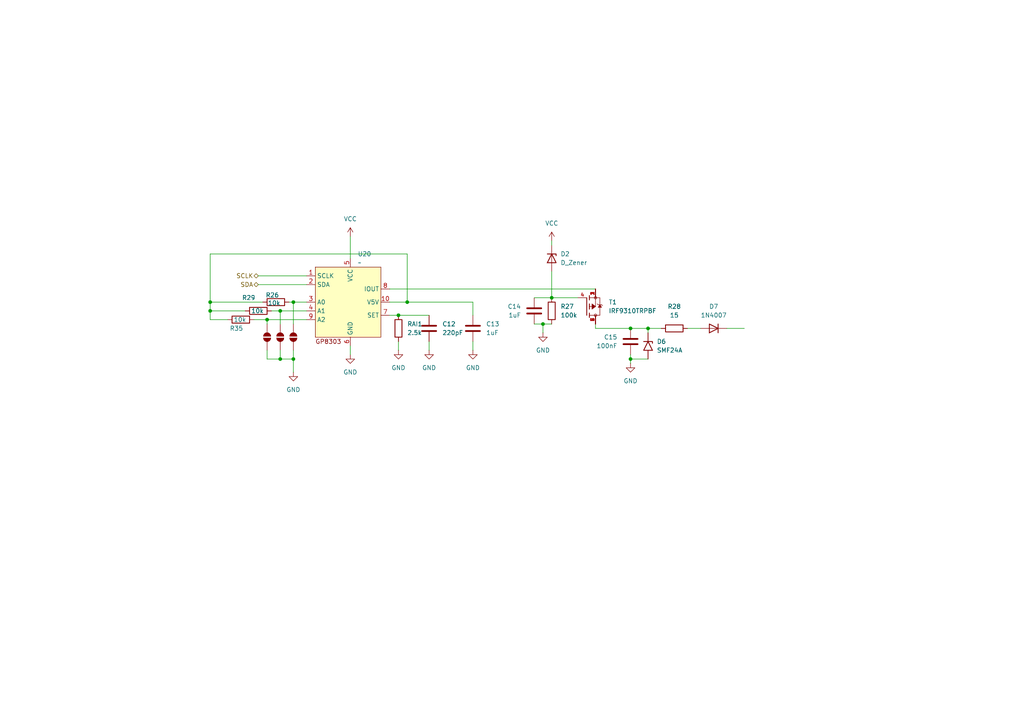
<source format=kicad_sch>
(kicad_sch (version 20250114) (generator "eeschema") (generator_version "9.0")
  (paper "A4")
  (lib_symbols
    (symbol "Device:C" (pin_numbers (hide yes)) (pin_names (offset 0.254))
      (property "Reference" "C" (at 0.635 2.54 0))
      (property "Value" "C" (at 0.635 -2.54 0))
      (symbol "C_0_1"
        (polyline (pts (xy -2.032 0.762) (xy 2.032 0.762)) (stroke (width 0.508)))
        (polyline (pts (xy -2.032 -0.762) (xy 2.032 -0.762)) (stroke (width 0.508)))
      )
      (symbol "C_1_1"
        (pin passive line (at 0 3.81 270) (length 2.794) (name "~") (number "1"))
        (pin passive line (at 0 -3.81 90) (length 2.794) (name "~") (number "2"))
      )
    )
    (symbol "Device:D_Zener" (pin_numbers (hide yes)) (pin_names (offset 1.016) (hide yes))
      (property "Reference" "D" (at 0 2.54 0))
      (property "Value" "D_Zener" (at 0 -2.54 0))
      (symbol "D_Zener_0_1"
        (polyline (pts (xy -1.27 -1.27) (xy -1.27 1.27) (xy -0.762 1.27)) (stroke (width 0.254)))
        (polyline (pts (xy 1.27 0) (xy -1.27 0)))
        (polyline (pts (xy 1.27 -1.27) (xy 1.27 1.27) (xy -1.27 0) (xy 1.27 -1.27)) (stroke (width 0.254)))
      )
      (symbol "D_Zener_1_1"
        (pin passive line (at -3.81 0 0) (length 2.54) (name "K") (number "1"))
        (pin passive line (at 3.81 0 180) (length 2.54) (name "A") (number "2"))
      )
    )
    (symbol "Device:R" (pin_numbers (hide yes)) (pin_names (offset 0))
      (property "Reference" "R" (at 2.032 0 90))
      (property "Value" "R" (at 0 0 90))
      (symbol "R_0_1"
        (rectangle (start -1.016 -2.54) (end 1.016 2.54) (stroke (width 0.254)))
      )
      (symbol "R_1_1"
        (pin passive line (at 0 3.81 270) (length 1.27) (name "~") (number "1"))
        (pin passive line (at 0 -3.81 90) (length 1.27) (name "~") (number "2"))
      )
    )
    (symbol "Diode:1N4007" (pin_numbers (hide yes)) (pin_names (hide yes))
      (property "Reference" "D" (at 0 2.54 0))
      (property "Value" "1N4007" (at 0 -2.54 0))
      (symbol "1N4007_0_1"
        (polyline (pts (xy -1.27 1.27) (xy -1.27 -1.27)) (stroke (width 0.254)))
        (polyline (pts (xy 1.27 1.27) (xy 1.27 -1.27) (xy -1.27 0) (xy 1.27 1.27)) (stroke (width 0.254)))
        (polyline (pts (xy 1.27 0) (xy -1.27 0)))
      )
      (symbol "1N4007_1_1"
        (pin passive line (at -3.81 0 0) (length 2.54) (name "K") (number "1"))
        (pin passive line (at 3.81 0 180) (length 2.54) (name "A") (number "2"))
      )
    )
    (symbol "Diode:SMF24A" (pin_numbers (hide yes)) (pin_names (offset 1.016) (hide yes))
      (property "Reference" "D" (at 0 2.54 0))
      (property "Value" "SMF24A" (at 0 -2.54 0))
      (symbol "SMF24A_0_1"
        (polyline (pts (xy -0.762 1.27) (xy -1.27 1.27) (xy -1.27 -1.27)) (stroke (width 0.254)))
        (polyline (pts (xy 1.27 1.27) (xy 1.27 -1.27) (xy -1.27 0) (xy 1.27 1.27)) (stroke (width 0.254)))
      )
      (symbol "SMF24A_1_1"
        (pin passive line (at -3.81 0 0) (length 2.54) (name "A1") (number "1"))
        (pin passive line (at 3.81 0 180) (length 2.54) (name "A2") (number "2"))
      )
    )
    (symbol "Jumper:SolderJumper_2_Open" (pin_numbers (hide yes)) (pin_names (offset 0) (hide yes)) (in_bom no)
      (property "Reference" "JP" (at 0 2.032 0))
      (property "Value" "SolderJumper_2_Open" (at 0 -2.54 0))
      (symbol "SolderJumper_2_Open_0_1"
        (polyline (pts (xy -0.254 1.016) (xy -0.254 -1.016)))
        (arc (start -0.254 -1.016) (mid -1.2656 0) (end -0.254 1.016))
        (arc (start -0.254 -1.016) (mid -1.2656 0) (end -0.254 1.016) (fill (type outline)))
        (arc (start 0.254 1.016) (mid 1.2656 0) (end 0.254 -1.016))
        (arc (start 0.254 1.016) (mid 1.2656 0) (end 0.254 -1.016) (fill (type outline)))
        (polyline (pts (xy 0.254 1.016) (xy 0.254 -1.016)))
      )
      (symbol "SolderJumper_2_Open_1_1"
        (pin passive line (at -3.81 0 0) (length 2.54) (name "A") (number "1"))
        (pin passive line (at 3.81 0 180) (length 2.54) (name "B") (number "2"))
      )
    )
    (symbol "Riqi_Parts:GP8303"
      (property "Reference" "U" (at 0 0 0))
      (symbol "GP8303_1_1"
        (rectangle (start -1.27 -1.27) (end 17.78 -21.59) (fill (type background)))
        (text "GP8303" (at 2.54 -22.86 0) (effects (font (size 1.27 1.27))))
        (pin input line (at -3.81 -3.81 0) (length 2.54) (name "SCLK") (number "1"))
        (pin input line (at -3.81 -6.35 0) (length 2.54) (name "SDA") (number "2"))
        (pin input line (at -3.81 -11.43 0) (length 2.54) (name "A0") (number "3"))
        (pin input line (at -3.81 -13.97 0) (length 2.54) (name "A1") (number "4"))
        (pin input line (at -3.81 -16.51 0) (length 2.54) (name "A2") (number "9"))
        (pin input line (at 8.89 1.27 270) (length 2.54) (name "VCC") (number "5"))
        (pin input line (at 8.89 -24.13 90) (length 2.54) (name "GND") (number "6"))
        (pin output line (at 20.32 -7.62 180) (length 2.54) (name "IOUT") (number "8"))
        (pin output line (at 20.32 -11.43 180) (length 2.54) (name "V5V") (number "10"))
        (pin output line (at 20.32 -15.24 180) (length 2.54) (name "SET") (number "7"))
      )
    )
    (symbol "Riqi_Parts:IRF9310TRPBF" (pin_names (offset 1.016))
      (property "Reference" "T" (at -6.35 -1.27 0))
      (property "Value" "IRF9310TRPBF" (at -6.35 -3.81 0))
      (symbol "IRF9310TRPBF_0_0"
        (polyline (pts (xy 0 -2.54) (xy 0 2.54)) (stroke (width 0.254)))
        (polyline (pts (xy 0.762 2.54) (xy 0.762 3.175)) (stroke (width 0.254)))
        (polyline (pts (xy 0.762 1.905) (xy 0.762 2.54)) (stroke (width 0.254)))
        (polyline (pts (xy 0.762 0) (xy 0.762 0.762)) (stroke (width 0.254)))
        (polyline (pts (xy 0.762 0) (xy 2.54 0)) (stroke (width 0.1524)))
        (polyline (pts (xy 0.762 -0.762) (xy 0.762 0)) (stroke (width 0.254)))
        (polyline (pts (xy 0.762 -2.54) (xy 0.762 -1.905)) (stroke (width 0.254)))
        (polyline (pts (xy 0.762 -2.54) (xy 3.81 -2.54)) (stroke (width 0.1524)))
        (polyline (pts (xy 0.762 -3.175) (xy 0.762 -2.54)) (stroke (width 0.254)))
        (polyline (pts (xy 2.54 2.54) (xy 0.762 2.54)) (stroke (width 0.1524)))
        (polyline (pts (xy 2.54 2.54) (xy 3.81 2.54)) (stroke (width 0.1524)))
        (circle (center 2.54 2.54) (radius 0.3592))
        (polyline (pts (xy 2.54 0) (xy 2.54 2.54)) (stroke (width 0.1524)))
        (polyline (pts (xy 2.54 0) (xy 1.524 0.762) (xy 1.524 -0.762) (xy 2.54 0)) (stroke (width 0.1524)) (fill (type outline)))
        (circle (center 2.54 -2.54) (radius 0.3592))
        (polyline (pts (xy 3.048 0.762) (xy 3.302 0.508)) (stroke (width 0.1524)))
        (polyline (pts (xy 3.302 0.508) (xy 3.81 0.508)) (stroke (width 0.1524)))
        (polyline (pts (xy 3.81 0.508) (xy 3.81 2.54)) (stroke (width 0.1524)))
        (polyline (pts (xy 3.81 0.508) (xy 4.318 0.508)) (stroke (width 0.1524)))
        (polyline (pts (xy 3.81 0.508) (xy 4.318 -0.254) (xy 3.302 -0.254) (xy 3.81 0.508)) (stroke (width 0.1524)) (fill (type outline)))
        (polyline (pts (xy 3.81 -2.54) (xy 3.81 0.508)) (stroke (width 0.1524)))
        (polyline (pts (xy 4.318 0.508) (xy 4.572 0.254)) (stroke (width 0.1524)))
        (pin passive line (at -2.54 2.54 0) (length 2.54) (name "~") (number "4"))
        (pin passive line (at 2.54 5.08 270) (length 2.54) (name "~") (number "1"))
        (pin passive line (at 2.54 5.08 270) (length 2.54) (name "~") (number "2"))
        (pin passive line (at 2.54 5.08 270) (length 2.54) (name "~") (number "3"))
        (pin passive line (at 2.54 -5.08 90) (length 2.54) (name "~") (number "5"))
        (pin passive line (at 2.54 -5.08 90) (length 2.54) (name "~") (number "6"))
        (pin passive line (at 2.54 -5.08 90) (length 2.54) (name "~") (number "7"))
        (pin passive line (at 2.54 -5.08 90) (length 2.54) (name "~") (number "8"))
      )
    )
    (symbol "power:GND" (power) (pin_numbers (hide yes)) (pin_names (offset 0) (hide yes))
      (property "Value" "GND" (at 0 -3.81 0))
      (symbol "GND_0_1"
        (polyline (pts (xy 0 0) (xy 0 -1.27) (xy 1.27 -1.27) (xy 0 -2.54) (xy -1.27 -1.27) (xy 0 -1.27)))
      )
      (symbol "GND_1_1"
        (pin power_in line (at 0 0 270) (length 0) (name "~") (number "1"))
      )
    )
    (symbol "power:VCC" (power) (pin_numbers (hide yes)) (pin_names (offset 0) (hide yes))
      (property "Value" "VCC" (at 0 3.556 0))
      (symbol "VCC_0_1"
        (polyline (pts (xy -0.762 1.27) (xy 0 2.54)))
        (polyline (pts (xy 0 2.54) (xy 0.762 1.27)))
        (polyline (pts (xy 0 0) (xy 0 2.54)))
      )
      (symbol "VCC_1_1"
        (pin power_in line (at 0 0 90) (length 0) (name "~") (number "1"))
      )
    )
  )
  (junction (at 160.02 86.36))
  (junction (at 182.88 95.25))
  (junction (at 187.96 95.25))
  (junction (at 81.28 104.14))
  (junction (at 60.96 90.17))
  (junction (at 182.88 104.14))
  (junction (at 157.48 93.98))
  (junction (at 115.57 91.44))
  (junction (at 60.96 87.63))
  (junction (at 77.47 92.71))
  (junction (at 85.09 104.14))
  (junction (at 85.09 87.63))
  (junction (at 81.28 90.17))
  (junction (at 118.11 87.63))
  (wire (pts (xy 210.82 95.25) (xy 215.9 95.25)))
  (wire (pts (xy 182.88 104.14) (xy 182.88 105.41)))
  (wire (pts (xy 199.39 95.25) (xy 203.2 95.25)))
  (wire (pts (xy 101.6 68.58) (xy 101.6 74.93)))
  (wire (pts (xy 81.28 90.17) (xy 81.28 93.98)))
  (wire (pts (xy 115.57 91.44) (xy 124.46 91.44)))
  (wire (pts (xy 77.47 92.71) (xy 88.9 92.71)))
  (wire (pts (xy 160.02 86.36) (xy 167.64 86.36)))
  (wire (pts (xy 172.72 93.98) (xy 172.72 95.25)))
  (wire (pts (xy 137.16 87.63) (xy 118.11 87.63)))
  (wire (pts (xy 154.94 86.36) (xy 160.02 86.36)))
  (wire (pts (xy 85.09 87.63) (xy 85.09 93.98)))
  (wire (pts (xy 101.6 100.33) (xy 101.6 102.87)))
  (wire (pts (xy 115.57 99.06) (xy 115.57 101.6)))
  (wire (pts (xy 172.72 95.25) (xy 182.88 95.25)))
  (wire (pts (xy 60.96 73.66) (xy 118.11 73.66)))
  (wire (pts (xy 77.47 92.71) (xy 77.47 93.98)))
  (wire (pts (xy 83.82 87.63) (xy 85.09 87.63)))
  (wire (pts (xy 187.96 95.25) (xy 191.77 95.25)))
  (wire (pts (xy 157.48 93.98) (xy 157.48 96.52)))
  (wire (pts (xy 85.09 87.63) (xy 88.9 87.63)))
  (wire (pts (xy 187.96 95.25) (xy 187.96 96.52)))
  (wire (pts (xy 113.03 83.82) (xy 172.72 83.82)))
  (wire (pts (xy 85.09 104.14) (xy 85.09 107.95)))
  (wire (pts (xy 60.96 90.17) (xy 60.96 92.71)))
  (wire (pts (xy 60.96 90.17) (xy 71.12 90.17)))
  (wire (pts (xy 113.03 87.63) (xy 118.11 87.63)))
  (wire (pts (xy 60.96 92.71) (xy 66.04 92.71)))
  (wire (pts (xy 81.28 101.6) (xy 81.28 104.14)))
  (wire (pts (xy 182.88 104.14) (xy 187.96 104.14)))
  (wire (pts (xy 124.46 99.06) (xy 124.46 101.6)))
  (wire (pts (xy 60.96 87.63) (xy 76.2 87.63)))
  (wire (pts (xy 60.96 73.66) (xy 60.96 87.63)))
  (wire (pts (xy 60.96 87.63) (xy 60.96 90.17)))
  (wire (pts (xy 77.47 101.6) (xy 77.47 104.14)))
  (wire (pts (xy 137.16 99.06) (xy 137.16 101.6)))
  (wire (pts (xy 81.28 90.17) (xy 88.9 90.17)))
  (wire (pts (xy 160.02 78.74) (xy 160.02 86.36)))
  (wire (pts (xy 77.47 104.14) (xy 81.28 104.14)))
  (wire (pts (xy 85.09 101.6) (xy 85.09 104.14)))
  (wire (pts (xy 182.88 95.25) (xy 187.96 95.25)))
  (wire (pts (xy 78.74 90.17) (xy 81.28 90.17)))
  (wire (pts (xy 74.93 82.55) (xy 88.9 82.55)))
  (wire (pts (xy 113.03 91.44) (xy 115.57 91.44)))
  (wire (pts (xy 118.11 87.63) (xy 118.11 73.66)))
  (wire (pts (xy 157.48 93.98) (xy 160.02 93.98)))
  (wire (pts (xy 73.66 92.71) (xy 77.47 92.71)))
  (wire (pts (xy 160.02 69.85) (xy 160.02 71.12)))
  (wire (pts (xy 154.94 93.98) (xy 157.48 93.98)))
  (wire (pts (xy 137.16 91.44) (xy 137.16 87.63)))
  (wire (pts (xy 182.88 102.87) (xy 182.88 104.14)))
  (wire (pts (xy 74.93 80.01) (xy 88.9 80.01)))
  (wire (pts (xy 81.28 104.14) (xy 85.09 104.14)))
  (hierarchical_label "SDA" (shape bidirectional) (at 74.93 82.55 180))
  (hierarchical_label "SCLK" (shape bidirectional) (at 74.93 80.01 180))
  (symbol (lib_id "Device:R") (at 80.01 87.63 90) (unit 1)
    (property "Reference" "R26" (at 78.994 85.598 90))
    (property "Value" "10k" (at 79.502 87.884 90))
    (property "Footprint" "Resistor_SMD:R_0201_0603Metric" (effects (hide yes)))
    (property "Description" "Resistor" (effects (hide yes)))
  )
  (symbol (lib_id "power:GND") (at 85.09 107.95 0) (unit 1)
    (property "Reference" "#PWR037" (effects (hide yes)))
    (property "Value" "GND" (at 85.09 113.03 0))
    (property "Description" "Power symbol creates a global label with name \"GND\" , ground" (effects (hide yes)))
  )
  (symbol (lib_id "Device:R") (at 115.57 95.25 0) (unit 1)
    (property "Reference" "RAI1" (at 118.11 93.9799 0) (effects (justify left)))
    (property "Value" "2.5k" (at 118.11 96.5199 0) (effects (justify left)))
    (property "Footprint" "Resistor_SMD:R_0201_0603Metric" (effects (hide yes)))
    (property "Description" "Resistor" (effects (hide yes)))
  )
  (symbol (lib_id "power:VCC") (at 101.6 68.58 0) (unit 1)
    (property "Reference" "#PWR071" (effects (hide yes)))
    (property "Value" "VCC" (at 101.6 63.5 0))
    (property "Description" "Power symbol creates a global label with name \"VCC\"" (effects (hide yes)))
  )
  (symbol (lib_id "Riqi_Parts:IRF9310TRPBF") (at 170.18 88.9 0) (unit 1)
    (property "Reference" "T1" (at 176.53 87.6299 0) (effects (justify left)))
    (property "Value" "IRF9310TRPBF" (at 176.53 90.1699 0) (effects (justify left)))
    (property "Footprint" "Package_SO:SOIC-8_5.3x5.3mm_P1.27mm" (effects (hide yes)))
    (property "STATUS" "OK - Barboule" (effects (hide yes)))
    (property "MF" "Infineon Technologies" (effects (hide yes)))
    (property "Description_1" "IRF9310TRPBF P-channel MOSFET Transistor, 20 A, 30 V, 8-Pin SOIC | Infineon IRF9310TRPBF" (effects (hide yes)))
    (property "Package" "SO-8 Infineon Technologies" (effects (hide yes)))
    (property "Price" "None" (effects (hide yes)))
    (property "Check_prices" "https://www.snapeda.com/parts/IRF9310TRPBF/Infineon/view-part/?ref=eda" (effects (hide yes)))
    (property "SnapEDA_Link" "https://www.snapeda.com/parts/IRF9310TRPBF/Infineon/view-part/?ref=snap" (effects (hide yes)))
    (property "MP" "IRF9310TRPBF" (effects (hide yes)))
    (property "ERECA" "non géré" (effects (hide yes)))
    (property "Availability" "In Stock" (effects (hide yes)))
    (property "FABRICANT" "Infineon Technologies" (effects (hide yes)))
  )
  (symbol (lib_id "power:GND") (at 137.16 101.6 0) (unit 1)
    (property "Reference" "#PWR075" (effects (hide yes)))
    (property "Value" "GND" (at 137.16 106.68 0))
    (property "Description" "Power symbol creates a global label with name \"GND\" , ground" (effects (hide yes)))
  )
  (symbol (lib_id "Device:C") (at 182.88 99.06 0) (mirror y) (unit 1)
    (property "Reference" "C15" (at 179.07 97.7899 0) (effects (justify left)))
    (property "Value" "100nF" (at 179.07 100.3299 0) (effects (justify left)))
    (property "Footprint" "Capacitor_SMD:C_0805_2012Metric" (effects (hide yes)))
    (property "Description" "Unpolarized capacitor" (effects (hide yes)))
  )
  (symbol (lib_id "Device:R") (at 195.58 95.25 90) (unit 1)
    (property "Reference" "R28" (at 195.58 88.9 90))
    (property "Value" "15" (at 195.58 91.44 90))
    (property "Footprint" "Resistor_SMD:R_0201_0603Metric" (effects (hide yes)))
    (property "Description" "Resistor" (effects (hide yes)))
  )
  (symbol (lib_id "Jumper:SolderJumper_2_Open") (at 77.47 97.79 90) (unit 1) (in_bom no)
    (property "Reference" "JP3" (effects (hide yes)))
    (property "Value" "SolderJumper_2_Open" (effects (hide yes)))
    (property "Footprint" "Jumper:SolderJumper-2_P1.3mm_Open_TrianglePad1.0x1.5mm" (effects (hide yes)))
    (property "Description" "Solder Jumper, 2-pole, open" (effects (hide yes)))
  )
  (symbol (lib_id "Diode:1N4007") (at 207.01 95.25 180) (unit 1)
    (property "Reference" "D7" (at 207.01 88.9 0))
    (property "Value" "1N4007" (at 207.01 91.44 0))
    (property "Footprint" "Diode_SMD:D_0603_1608Metric_Pad1.05x0.95mm_HandSolder" (effects (hide yes)))
    (property "Datasheet" "http://www.vishay.com/docs/88503/1n4001.pdf" (effects (hide yes)))
    (property "Description" "1000V 1A General Purpose Rectifier Diode, DO-41" (effects (hide yes)))
    (property "Sim.Device" "D" (effects (hide yes)))
    (property "Sim.Pins" "1=K 2=A" (effects (hide yes)))
  )
  (symbol (lib_id "Device:C") (at 137.16 95.25 0) (unit 1)
    (property "Reference" "C13" (at 140.97 93.9799 0) (effects (justify left)))
    (property "Value" "1uF" (at 140.97 96.5199 0) (effects (justify left)))
    (property "Footprint" "Capacitor_SMD:C_0805_2012Metric" (effects (hide yes)))
    (property "Description" "Unpolarized capacitor" (effects (hide yes)))
  )
  (symbol (lib_id "Device:R") (at 74.93 90.17 90) (unit 1)
    (property "Reference" "R29" (at 72.136 86.36 90))
    (property "Value" "10k" (at 74.676 90.17 90))
    (property "Footprint" "Resistor_SMD:R_0201_0603Metric" (effects (hide yes)))
    (property "Description" "Resistor" (effects (hide yes)))
  )
  (symbol (lib_id "power:GND") (at 124.46 101.6 0) (unit 1)
    (property "Reference" "#PWR074" (effects (hide yes)))
    (property "Value" "GND" (at 124.46 106.68 0))
    (property "Description" "Power symbol creates a global label with name \"GND\" , ground" (effects (hide yes)))
  )
  (symbol (lib_id "Jumper:SolderJumper_2_Open") (at 81.28 97.79 90) (unit 1) (in_bom no)
    (property "Reference" "JP1" (effects (hide yes)))
    (property "Value" "SolderJumper_2_Open" (effects (hide yes)))
    (property "Footprint" "Jumper:SolderJumper-2_P1.3mm_Open_TrianglePad1.0x1.5mm" (effects (hide yes)))
    (property "Description" "Solder Jumper, 2-pole, open" (effects (hide yes)))
  )
  (symbol (lib_id "power:GND") (at 101.6 102.87 0) (unit 1)
    (property "Reference" "#PWR072" (effects (hide yes)))
    (property "Value" "GND" (at 101.6 107.95 0))
    (property "Description" "Power symbol creates a global label with name \"GND\" , ground" (effects (hide yes)))
  )
  (symbol (lib_id "Jumper:SolderJumper_2_Open") (at 85.09 97.79 90) (unit 1) (in_bom no)
    (property "Reference" "JP2" (effects (hide yes)))
    (property "Value" "SolderJumper_2_Open" (effects (hide yes)))
    (property "Footprint" "Jumper:SolderJumper-2_P1.3mm_Open_TrianglePad1.0x1.5mm" (effects (hide yes)))
    (property "Description" "Solder Jumper, 2-pole, open" (effects (hide yes)))
  )
  (symbol (lib_id "Device:R") (at 160.02 90.17 0) (unit 1)
    (property "Reference" "R27" (at 162.56 88.8999 0) (effects (justify left)))
    (property "Value" "100k" (at 162.56 91.4399 0) (effects (justify left)))
    (property "Footprint" "Resistor_SMD:R_0201_0603Metric" (effects (hide yes)))
    (property "Description" "Resistor" (effects (hide yes)))
  )
  (symbol (lib_id "Riqi_Parts:GP8303") (at 92.71 76.2 0) (unit 1)
    (property "Reference" "U20" (at 103.7433 73.66 0) (effects (justify left)))
    (property "Value" "~" (at 103.7433 76.2 0) (effects (justify left)))
    (property "Footprint" "Package_SO:SSOP-10-1EP_3.9x4.9mm_P1mm_EP2.1x3.3mm" (effects (hide yes)))
    (property "Datasheet" "https://lcsc.com/datasheet/lcsc_datasheet_2410121459_Guestgood-GP8303-TC50-EW_C3445809.pdf" (effects (hide yes)))
  )
  (symbol (lib_id "power:VCC") (at 160.02 69.85 0) (unit 1)
    (property "Reference" "#PWR077" (effects (hide yes)))
    (property "Value" "VCC" (at 160.02 64.77 0))
    (property "Description" "Power symbol creates a global label with name \"VCC\"" (effects (hide yes)))
  )
  (symbol (lib_id "Device:R") (at 69.85 92.71 90) (unit 1)
    (property "Reference" "R35" (at 68.58 95.25 90))
    (property "Value" "10k" (at 69.596 92.71 90))
    (property "Footprint" "Resistor_SMD:R_0201_0603Metric" (effects (hide yes)))
    (property "Description" "Resistor" (effects (hide yes)))
  )
  (symbol (lib_id "power:GND") (at 157.48 96.52 0) (unit 1)
    (property "Reference" "#PWR076" (effects (hide yes)))
    (property "Value" "GND" (at 157.48 101.6 0))
    (property "Description" "Power symbol creates a global label with name \"GND\" , ground" (effects (hide yes)))
  )
  (symbol (lib_id "power:GND") (at 115.57 101.6 0) (unit 1)
    (property "Reference" "#PWR073" (effects (hide yes)))
    (property "Value" "GND" (at 115.57 106.68 0))
    (property "Description" "Power symbol creates a global label with name \"GND\" , ground" (effects (hide yes)))
  )
  (symbol (lib_id "Diode:SMF24A") (at 187.96 100.33 270) (unit 1)
    (property "Reference" "D6" (at 190.5 99.0599 90) (effects (justify left)))
    (property "Value" "SMF24A" (at 190.5 101.5999 90) (effects (justify left)))
    (property "Footprint" "Diode_SMD:D_SMF" (effects (hide yes)))
    (property "Datasheet" "https://www.vishay.com/doc?85881" (effects (hide yes)))
    (property "Description" "200W unidirectional Transil Transient Voltage Suppressor, 24Vrwm, SMF" (effects (hide yes)))
  )
  (symbol (lib_id "Device:D_Zener") (at 160.02 74.93 270) (unit 1)
    (property "Reference" "D2" (at 162.56 73.6599 90) (effects (justify left)))
    (property "Value" "D_Zener" (at 162.56 76.1999 90) (effects (justify left)))
    (property "Footprint" "Diode_SMD:D_0603_1608Metric" (effects (hide yes)))
    (property "Description" "Zener diode" (effects (hide yes)))
  )
  (symbol (lib_id "Device:C") (at 124.46 95.25 0) (unit 1)
    (property "Reference" "C12" (at 128.27 93.9799 0) (effects (justify left)))
    (property "Value" "220pF" (at 128.27 96.5199 0) (effects (justify left)))
    (property "Footprint" "Capacitor_SMD:C_0805_2012Metric" (effects (hide yes)))
    (property "Description" "Unpolarized capacitor" (effects (hide yes)))
  )
  (symbol (lib_id "Device:C") (at 154.94 90.17 0) (mirror y) (unit 1)
    (property "Reference" "C14" (at 151.13 88.8999 0) (effects (justify left)))
    (property "Value" "1uF" (at 151.13 91.4399 0) (effects (justify left)))
    (property "Footprint" "Capacitor_SMD:C_0805_2012Metric" (effects (hide yes)))
    (property "Description" "Unpolarized capacitor" (effects (hide yes)))
  )
  (symbol (lib_id "power:GND") (at 182.88 105.41 0) (unit 1)
    (property "Reference" "#PWR078" (effects (hide yes)))
    (property "Value" "GND" (at 182.88 110.49 0))
    (property "Description" "Power symbol creates a global label with name \"GND\" , ground" (effects (hide yes)))
  )
)
</source>
